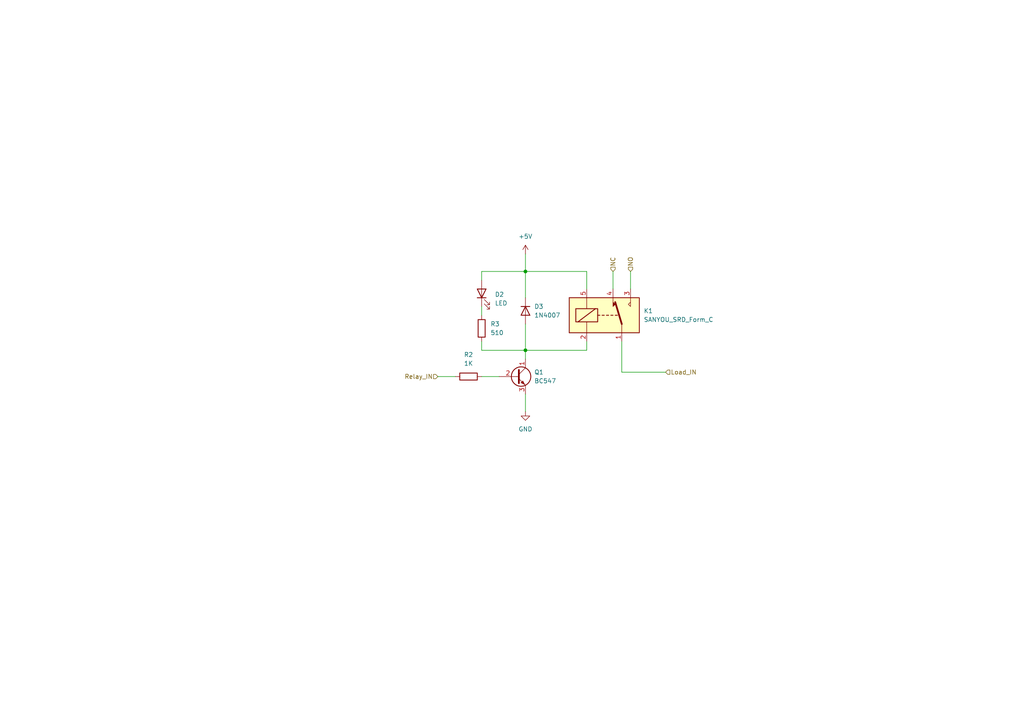
<source format=kicad_sch>
(kicad_sch (version 20211123) (generator eeschema)

  (uuid 027ab4d5-cdf3-480b-bd03-a266d37f33ef)

  (paper "A4")

  (title_block
    (title "Green House Controller")
    (date "15 nov 2012")
    (rev "v03")
    (company "Sri Lanka Technological Campus")
    (comment 1 "AA2129, AA2122, AA1391, AA1378, AA1424")
    (comment 2 "Raspberry Pi Shield")
    (comment 3 "Engineering Design Project")
    (comment 4 "EEE209")
  )

  (lib_symbols
    (symbol "Device:LED" (pin_numbers hide) (pin_names (offset 1.016) hide) (in_bom yes) (on_board yes)
      (property "Reference" "D" (id 0) (at 0 2.54 0)
        (effects (font (size 1.27 1.27)))
      )
      (property "Value" "LED" (id 1) (at 0 -2.54 0)
        (effects (font (size 1.27 1.27)))
      )
      (property "Footprint" "" (id 2) (at 0 0 0)
        (effects (font (size 1.27 1.27)) hide)
      )
      (property "Datasheet" "~" (id 3) (at 0 0 0)
        (effects (font (size 1.27 1.27)) hide)
      )
      (property "ki_keywords" "LED diode" (id 4) (at 0 0 0)
        (effects (font (size 1.27 1.27)) hide)
      )
      (property "ki_description" "Light emitting diode" (id 5) (at 0 0 0)
        (effects (font (size 1.27 1.27)) hide)
      )
      (property "ki_fp_filters" "LED* LED_SMD:* LED_THT:*" (id 6) (at 0 0 0)
        (effects (font (size 1.27 1.27)) hide)
      )
      (symbol "LED_0_1"
        (polyline
          (pts
            (xy -1.27 -1.27)
            (xy -1.27 1.27)
          )
          (stroke (width 0.254) (type default) (color 0 0 0 0))
          (fill (type none))
        )
        (polyline
          (pts
            (xy -1.27 0)
            (xy 1.27 0)
          )
          (stroke (width 0) (type default) (color 0 0 0 0))
          (fill (type none))
        )
        (polyline
          (pts
            (xy 1.27 -1.27)
            (xy 1.27 1.27)
            (xy -1.27 0)
            (xy 1.27 -1.27)
          )
          (stroke (width 0.254) (type default) (color 0 0 0 0))
          (fill (type none))
        )
        (polyline
          (pts
            (xy -3.048 -0.762)
            (xy -4.572 -2.286)
            (xy -3.81 -2.286)
            (xy -4.572 -2.286)
            (xy -4.572 -1.524)
          )
          (stroke (width 0) (type default) (color 0 0 0 0))
          (fill (type none))
        )
        (polyline
          (pts
            (xy -1.778 -0.762)
            (xy -3.302 -2.286)
            (xy -2.54 -2.286)
            (xy -3.302 -2.286)
            (xy -3.302 -1.524)
          )
          (stroke (width 0) (type default) (color 0 0 0 0))
          (fill (type none))
        )
      )
      (symbol "LED_1_1"
        (pin passive line (at -3.81 0 0) (length 2.54)
          (name "K" (effects (font (size 1.27 1.27))))
          (number "1" (effects (font (size 1.27 1.27))))
        )
        (pin passive line (at 3.81 0 180) (length 2.54)
          (name "A" (effects (font (size 1.27 1.27))))
          (number "2" (effects (font (size 1.27 1.27))))
        )
      )
    )
    (symbol "Device:R" (pin_numbers hide) (pin_names (offset 0)) (in_bom yes) (on_board yes)
      (property "Reference" "R" (id 0) (at 2.032 0 90)
        (effects (font (size 1.27 1.27)))
      )
      (property "Value" "R" (id 1) (at 0 0 90)
        (effects (font (size 1.27 1.27)))
      )
      (property "Footprint" "" (id 2) (at -1.778 0 90)
        (effects (font (size 1.27 1.27)) hide)
      )
      (property "Datasheet" "~" (id 3) (at 0 0 0)
        (effects (font (size 1.27 1.27)) hide)
      )
      (property "ki_keywords" "R res resistor" (id 4) (at 0 0 0)
        (effects (font (size 1.27 1.27)) hide)
      )
      (property "ki_description" "Resistor" (id 5) (at 0 0 0)
        (effects (font (size 1.27 1.27)) hide)
      )
      (property "ki_fp_filters" "R_*" (id 6) (at 0 0 0)
        (effects (font (size 1.27 1.27)) hide)
      )
      (symbol "R_0_1"
        (rectangle (start -1.016 -2.54) (end 1.016 2.54)
          (stroke (width 0.254) (type default) (color 0 0 0 0))
          (fill (type none))
        )
      )
      (symbol "R_1_1"
        (pin passive line (at 0 3.81 270) (length 1.27)
          (name "~" (effects (font (size 1.27 1.27))))
          (number "1" (effects (font (size 1.27 1.27))))
        )
        (pin passive line (at 0 -3.81 90) (length 1.27)
          (name "~" (effects (font (size 1.27 1.27))))
          (number "2" (effects (font (size 1.27 1.27))))
        )
      )
    )
    (symbol "Diode:1N4007" (pin_numbers hide) (pin_names (offset 1.016) hide) (in_bom yes) (on_board yes)
      (property "Reference" "D" (id 0) (at 0 2.54 0)
        (effects (font (size 1.27 1.27)))
      )
      (property "Value" "1N4007" (id 1) (at 0 -2.54 0)
        (effects (font (size 1.27 1.27)))
      )
      (property "Footprint" "Diode_THT:D_DO-41_SOD81_P10.16mm_Horizontal" (id 2) (at 0 -4.445 0)
        (effects (font (size 1.27 1.27)) hide)
      )
      (property "Datasheet" "http://www.vishay.com/docs/88503/1n4001.pdf" (id 3) (at 0 0 0)
        (effects (font (size 1.27 1.27)) hide)
      )
      (property "ki_keywords" "diode" (id 4) (at 0 0 0)
        (effects (font (size 1.27 1.27)) hide)
      )
      (property "ki_description" "1000V 1A General Purpose Rectifier Diode, DO-41" (id 5) (at 0 0 0)
        (effects (font (size 1.27 1.27)) hide)
      )
      (property "ki_fp_filters" "D*DO?41*" (id 6) (at 0 0 0)
        (effects (font (size 1.27 1.27)) hide)
      )
      (symbol "1N4007_0_1"
        (polyline
          (pts
            (xy -1.27 1.27)
            (xy -1.27 -1.27)
          )
          (stroke (width 0.254) (type default) (color 0 0 0 0))
          (fill (type none))
        )
        (polyline
          (pts
            (xy 1.27 0)
            (xy -1.27 0)
          )
          (stroke (width 0) (type default) (color 0 0 0 0))
          (fill (type none))
        )
        (polyline
          (pts
            (xy 1.27 1.27)
            (xy 1.27 -1.27)
            (xy -1.27 0)
            (xy 1.27 1.27)
          )
          (stroke (width 0.254) (type default) (color 0 0 0 0))
          (fill (type none))
        )
      )
      (symbol "1N4007_1_1"
        (pin passive line (at -3.81 0 0) (length 2.54)
          (name "K" (effects (font (size 1.27 1.27))))
          (number "1" (effects (font (size 1.27 1.27))))
        )
        (pin passive line (at 3.81 0 180) (length 2.54)
          (name "A" (effects (font (size 1.27 1.27))))
          (number "2" (effects (font (size 1.27 1.27))))
        )
      )
    )
    (symbol "Relay:SANYOU_SRD_Form_C" (in_bom yes) (on_board yes)
      (property "Reference" "K" (id 0) (at 11.43 3.81 0)
        (effects (font (size 1.27 1.27)) (justify left))
      )
      (property "Value" "SANYOU_SRD_Form_C" (id 1) (at 11.43 1.27 0)
        (effects (font (size 1.27 1.27)) (justify left))
      )
      (property "Footprint" "Relay_THT:Relay_SPDT_SANYOU_SRD_Series_Form_C" (id 2) (at 11.43 -1.27 0)
        (effects (font (size 1.27 1.27)) (justify left) hide)
      )
      (property "Datasheet" "http://www.sanyourelay.ca/public/products/pdf/SRD.pdf" (id 3) (at 0 0 0)
        (effects (font (size 1.27 1.27)) hide)
      )
      (property "ki_keywords" "Single Pole Relay SPDT" (id 4) (at 0 0 0)
        (effects (font (size 1.27 1.27)) hide)
      )
      (property "ki_description" "Sanyo SRD relay, Single Pole Miniature Power Relay," (id 5) (at 0 0 0)
        (effects (font (size 1.27 1.27)) hide)
      )
      (property "ki_fp_filters" "Relay*SPDT*SANYOU*SRD*Series*Form*C*" (id 6) (at 0 0 0)
        (effects (font (size 1.27 1.27)) hide)
      )
      (symbol "SANYOU_SRD_Form_C_0_0"
        (polyline
          (pts
            (xy 7.62 5.08)
            (xy 7.62 2.54)
            (xy 6.985 3.175)
            (xy 7.62 3.81)
          )
          (stroke (width 0) (type default) (color 0 0 0 0))
          (fill (type none))
        )
      )
      (symbol "SANYOU_SRD_Form_C_0_1"
        (rectangle (start -10.16 5.08) (end 10.16 -5.08)
          (stroke (width 0.254) (type default) (color 0 0 0 0))
          (fill (type background))
        )
        (rectangle (start -8.255 1.905) (end -1.905 -1.905)
          (stroke (width 0.254) (type default) (color 0 0 0 0))
          (fill (type none))
        )
        (polyline
          (pts
            (xy -7.62 -1.905)
            (xy -2.54 1.905)
          )
          (stroke (width 0.254) (type default) (color 0 0 0 0))
          (fill (type none))
        )
        (polyline
          (pts
            (xy -5.08 -5.08)
            (xy -5.08 -1.905)
          )
          (stroke (width 0) (type default) (color 0 0 0 0))
          (fill (type none))
        )
        (polyline
          (pts
            (xy -5.08 5.08)
            (xy -5.08 1.905)
          )
          (stroke (width 0) (type default) (color 0 0 0 0))
          (fill (type none))
        )
        (polyline
          (pts
            (xy -1.905 0)
            (xy -1.27 0)
          )
          (stroke (width 0.254) (type default) (color 0 0 0 0))
          (fill (type none))
        )
        (polyline
          (pts
            (xy -0.635 0)
            (xy 0 0)
          )
          (stroke (width 0.254) (type default) (color 0 0 0 0))
          (fill (type none))
        )
        (polyline
          (pts
            (xy 0.635 0)
            (xy 1.27 0)
          )
          (stroke (width 0.254) (type default) (color 0 0 0 0))
          (fill (type none))
        )
        (polyline
          (pts
            (xy 1.905 0)
            (xy 2.54 0)
          )
          (stroke (width 0.254) (type default) (color 0 0 0 0))
          (fill (type none))
        )
        (polyline
          (pts
            (xy 3.175 0)
            (xy 3.81 0)
          )
          (stroke (width 0.254) (type default) (color 0 0 0 0))
          (fill (type none))
        )
        (polyline
          (pts
            (xy 5.08 -2.54)
            (xy 3.175 3.81)
          )
          (stroke (width 0.508) (type default) (color 0 0 0 0))
          (fill (type none))
        )
        (polyline
          (pts
            (xy 5.08 -2.54)
            (xy 5.08 -5.08)
          )
          (stroke (width 0) (type default) (color 0 0 0 0))
          (fill (type none))
        )
      )
      (symbol "SANYOU_SRD_Form_C_1_1"
        (polyline
          (pts
            (xy 2.54 3.81)
            (xy 3.175 3.175)
            (xy 2.54 2.54)
            (xy 2.54 5.08)
          )
          (stroke (width 0) (type default) (color 0 0 0 0))
          (fill (type outline))
        )
        (pin passive line (at 5.08 -7.62 90) (length 2.54)
          (name "~" (effects (font (size 1.27 1.27))))
          (number "1" (effects (font (size 1.27 1.27))))
        )
        (pin passive line (at -5.08 -7.62 90) (length 2.54)
          (name "~" (effects (font (size 1.27 1.27))))
          (number "2" (effects (font (size 1.27 1.27))))
        )
        (pin passive line (at 7.62 7.62 270) (length 2.54)
          (name "~" (effects (font (size 1.27 1.27))))
          (number "3" (effects (font (size 1.27 1.27))))
        )
        (pin passive line (at 2.54 7.62 270) (length 2.54)
          (name "~" (effects (font (size 1.27 1.27))))
          (number "4" (effects (font (size 1.27 1.27))))
        )
        (pin passive line (at -5.08 7.62 270) (length 2.54)
          (name "~" (effects (font (size 1.27 1.27))))
          (number "5" (effects (font (size 1.27 1.27))))
        )
      )
    )
    (symbol "Transistor_BJT:BC547" (pin_names (offset 0) hide) (in_bom yes) (on_board yes)
      (property "Reference" "Q" (id 0) (at 5.08 1.905 0)
        (effects (font (size 1.27 1.27)) (justify left))
      )
      (property "Value" "BC547" (id 1) (at 5.08 0 0)
        (effects (font (size 1.27 1.27)) (justify left))
      )
      (property "Footprint" "Package_TO_SOT_THT:TO-92_Inline" (id 2) (at 5.08 -1.905 0)
        (effects (font (size 1.27 1.27) italic) (justify left) hide)
      )
      (property "Datasheet" "https://www.onsemi.com/pub/Collateral/BC550-D.pdf" (id 3) (at 0 0 0)
        (effects (font (size 1.27 1.27)) (justify left) hide)
      )
      (property "ki_keywords" "NPN Transistor" (id 4) (at 0 0 0)
        (effects (font (size 1.27 1.27)) hide)
      )
      (property "ki_description" "0.1A Ic, 45V Vce, Small Signal NPN Transistor, TO-92" (id 5) (at 0 0 0)
        (effects (font (size 1.27 1.27)) hide)
      )
      (property "ki_fp_filters" "TO?92*" (id 6) (at 0 0 0)
        (effects (font (size 1.27 1.27)) hide)
      )
      (symbol "BC547_0_1"
        (polyline
          (pts
            (xy 0 0)
            (xy 0.635 0)
          )
          (stroke (width 0) (type default) (color 0 0 0 0))
          (fill (type none))
        )
        (polyline
          (pts
            (xy 0.635 0.635)
            (xy 2.54 2.54)
          )
          (stroke (width 0) (type default) (color 0 0 0 0))
          (fill (type none))
        )
        (polyline
          (pts
            (xy 0.635 -0.635)
            (xy 2.54 -2.54)
            (xy 2.54 -2.54)
          )
          (stroke (width 0) (type default) (color 0 0 0 0))
          (fill (type none))
        )
        (polyline
          (pts
            (xy 0.635 1.905)
            (xy 0.635 -1.905)
            (xy 0.635 -1.905)
          )
          (stroke (width 0.508) (type default) (color 0 0 0 0))
          (fill (type none))
        )
        (polyline
          (pts
            (xy 1.27 -1.778)
            (xy 1.778 -1.27)
            (xy 2.286 -2.286)
            (xy 1.27 -1.778)
            (xy 1.27 -1.778)
          )
          (stroke (width 0) (type default) (color 0 0 0 0))
          (fill (type outline))
        )
        (circle (center 1.27 0) (radius 2.8194)
          (stroke (width 0.254) (type default) (color 0 0 0 0))
          (fill (type none))
        )
      )
      (symbol "BC547_1_1"
        (pin passive line (at 2.54 5.08 270) (length 2.54)
          (name "C" (effects (font (size 1.27 1.27))))
          (number "1" (effects (font (size 1.27 1.27))))
        )
        (pin input line (at -5.08 0 0) (length 5.08)
          (name "B" (effects (font (size 1.27 1.27))))
          (number "2" (effects (font (size 1.27 1.27))))
        )
        (pin passive line (at 2.54 -5.08 90) (length 2.54)
          (name "E" (effects (font (size 1.27 1.27))))
          (number "3" (effects (font (size 1.27 1.27))))
        )
      )
    )
    (symbol "power:+5V" (power) (pin_names (offset 0)) (in_bom yes) (on_board yes)
      (property "Reference" "#PWR" (id 0) (at 0 -3.81 0)
        (effects (font (size 1.27 1.27)) hide)
      )
      (property "Value" "+5V" (id 1) (at 0 3.556 0)
        (effects (font (size 1.27 1.27)))
      )
      (property "Footprint" "" (id 2) (at 0 0 0)
        (effects (font (size 1.27 1.27)) hide)
      )
      (property "Datasheet" "" (id 3) (at 0 0 0)
        (effects (font (size 1.27 1.27)) hide)
      )
      (property "ki_keywords" "power-flag" (id 4) (at 0 0 0)
        (effects (font (size 1.27 1.27)) hide)
      )
      (property "ki_description" "Power symbol creates a global label with name \"+5V\"" (id 5) (at 0 0 0)
        (effects (font (size 1.27 1.27)) hide)
      )
      (symbol "+5V_0_1"
        (polyline
          (pts
            (xy -0.762 1.27)
            (xy 0 2.54)
          )
          (stroke (width 0) (type default) (color 0 0 0 0))
          (fill (type none))
        )
        (polyline
          (pts
            (xy 0 0)
            (xy 0 2.54)
          )
          (stroke (width 0) (type default) (color 0 0 0 0))
          (fill (type none))
        )
        (polyline
          (pts
            (xy 0 2.54)
            (xy 0.762 1.27)
          )
          (stroke (width 0) (type default) (color 0 0 0 0))
          (fill (type none))
        )
      )
      (symbol "+5V_1_1"
        (pin power_in line (at 0 0 90) (length 0) hide
          (name "+5V" (effects (font (size 1.27 1.27))))
          (number "1" (effects (font (size 1.27 1.27))))
        )
      )
    )
    (symbol "power:GND" (power) (pin_names (offset 0)) (in_bom yes) (on_board yes)
      (property "Reference" "#PWR" (id 0) (at 0 -6.35 0)
        (effects (font (size 1.27 1.27)) hide)
      )
      (property "Value" "GND" (id 1) (at 0 -3.81 0)
        (effects (font (size 1.27 1.27)))
      )
      (property "Footprint" "" (id 2) (at 0 0 0)
        (effects (font (size 1.27 1.27)) hide)
      )
      (property "Datasheet" "" (id 3) (at 0 0 0)
        (effects (font (size 1.27 1.27)) hide)
      )
      (property "ki_keywords" "power-flag" (id 4) (at 0 0 0)
        (effects (font (size 1.27 1.27)) hide)
      )
      (property "ki_description" "Power symbol creates a global label with name \"GND\" , ground" (id 5) (at 0 0 0)
        (effects (font (size 1.27 1.27)) hide)
      )
      (symbol "GND_0_1"
        (polyline
          (pts
            (xy 0 0)
            (xy 0 -1.27)
            (xy 1.27 -1.27)
            (xy 0 -2.54)
            (xy -1.27 -1.27)
            (xy 0 -1.27)
          )
          (stroke (width 0) (type default) (color 0 0 0 0))
          (fill (type none))
        )
      )
      (symbol "GND_1_1"
        (pin power_in line (at 0 0 270) (length 0) hide
          (name "GND" (effects (font (size 1.27 1.27))))
          (number "1" (effects (font (size 1.27 1.27))))
        )
      )
    )
  )

  (junction (at 152.4 101.6) (diameter 0) (color 0 0 0 0)
    (uuid 42a2b7d1-85cf-4607-ad09-a9d2ce8af97b)
  )
  (junction (at 152.4 78.74) (diameter 0) (color 0 0 0 0)
    (uuid bf6f0806-d4fc-4b96-812b-6601df142096)
  )

  (wire (pts (xy 170.18 101.6) (xy 170.18 99.06))
    (stroke (width 0) (type default) (color 0 0 0 0))
    (uuid 01ded01d-eb09-4ea9-9c94-df7e78135d96)
  )
  (wire (pts (xy 180.34 99.06) (xy 180.34 107.95))
    (stroke (width 0) (type default) (color 0 0 0 0))
    (uuid 0df8cfff-f345-4ce9-85bc-b5a7fa1a4030)
  )
  (wire (pts (xy 152.4 78.74) (xy 152.4 86.36))
    (stroke (width 0) (type default) (color 0 0 0 0))
    (uuid 121a6802-456a-4c66-a263-faf7abca20ea)
  )
  (wire (pts (xy 127 109.22) (xy 132.08 109.22))
    (stroke (width 0) (type default) (color 0 0 0 0))
    (uuid 13251f9f-4595-4188-82c5-ef207a4342f6)
  )
  (wire (pts (xy 139.7 88.9) (xy 139.7 91.44))
    (stroke (width 0) (type default) (color 0 0 0 0))
    (uuid 193d007f-8099-4c51-b9f0-e58141240683)
  )
  (wire (pts (xy 152.4 93.98) (xy 152.4 101.6))
    (stroke (width 0) (type default) (color 0 0 0 0))
    (uuid 25802f6b-6e02-4d39-ad78-26be0554a620)
  )
  (wire (pts (xy 152.4 101.6) (xy 170.18 101.6))
    (stroke (width 0) (type default) (color 0 0 0 0))
    (uuid 38ebae27-fe23-4ee8-aa32-fd9f9b310c6c)
  )
  (wire (pts (xy 139.7 101.6) (xy 152.4 101.6))
    (stroke (width 0) (type default) (color 0 0 0 0))
    (uuid 3c7c0165-2449-4578-89b3-7e246835f1da)
  )
  (wire (pts (xy 170.18 78.74) (xy 170.18 83.82))
    (stroke (width 0) (type default) (color 0 0 0 0))
    (uuid 3c91ba83-3aca-422b-9f53-3ad5314b5d57)
  )
  (wire (pts (xy 139.7 78.74) (xy 152.4 78.74))
    (stroke (width 0) (type default) (color 0 0 0 0))
    (uuid 4ff4c00d-d832-4c5a-a6e5-71f7560f7bf1)
  )
  (wire (pts (xy 139.7 109.22) (xy 144.78 109.22))
    (stroke (width 0) (type default) (color 0 0 0 0))
    (uuid 5163fcd7-88ea-4785-85d1-e3f73033e974)
  )
  (wire (pts (xy 177.8 78.74) (xy 177.8 83.82))
    (stroke (width 0) (type default) (color 0 0 0 0))
    (uuid 74ad3595-279f-4762-abb1-459d26fc1325)
  )
  (wire (pts (xy 139.7 99.06) (xy 139.7 101.6))
    (stroke (width 0) (type default) (color 0 0 0 0))
    (uuid 90fd16ce-1f27-4593-9c4f-4a9561e75c37)
  )
  (wire (pts (xy 182.88 78.74) (xy 182.88 83.82))
    (stroke (width 0) (type default) (color 0 0 0 0))
    (uuid 9cf4ce76-0340-48e4-aa7f-9a186d641e19)
  )
  (wire (pts (xy 139.7 81.28) (xy 139.7 78.74))
    (stroke (width 0) (type default) (color 0 0 0 0))
    (uuid a1c529c8-f3d6-42d3-bbe1-df2340b254b8)
  )
  (wire (pts (xy 152.4 73.66) (xy 152.4 78.74))
    (stroke (width 0) (type default) (color 0 0 0 0))
    (uuid a6b3b905-1cde-4770-84e6-8b0f86df36ef)
  )
  (wire (pts (xy 180.34 107.95) (xy 193.04 107.95))
    (stroke (width 0) (type default) (color 0 0 0 0))
    (uuid af0dcc3c-54fa-4a53-8a6f-d8506482af4c)
  )
  (wire (pts (xy 152.4 101.6) (xy 152.4 104.14))
    (stroke (width 0) (type default) (color 0 0 0 0))
    (uuid cd6d4e99-ff34-4d91-b1ca-ffa1605999c6)
  )
  (wire (pts (xy 152.4 78.74) (xy 170.18 78.74))
    (stroke (width 0) (type default) (color 0 0 0 0))
    (uuid fcee2de5-5fd5-4ce8-9261-24933b842b74)
  )
  (wire (pts (xy 152.4 114.3) (xy 152.4 119.38))
    (stroke (width 0) (type default) (color 0 0 0 0))
    (uuid fec60f5e-ad4f-46cd-9c0d-f63c93266af2)
  )

  (hierarchical_label "Relay_IN" (shape input) (at 127 109.22 180)
    (effects (font (size 1.27 1.27)) (justify right))
    (uuid 153cc57f-9a8f-4994-8e60-11a51886cb32)
  )
  (hierarchical_label "Load_IN" (shape input) (at 193.04 107.95 0)
    (effects (font (size 1.27 1.27)) (justify left))
    (uuid 349c7829-cb8f-48d8-b52c-52a2dce7ffe5)
  )
  (hierarchical_label "NO" (shape input) (at 182.88 78.74 90)
    (effects (font (size 1.27 1.27)) (justify left))
    (uuid 8a4af696-ddda-45c6-8b24-08c753fda7d5)
  )
  (hierarchical_label "NC" (shape input) (at 177.8 78.74 90)
    (effects (font (size 1.27 1.27)) (justify left))
    (uuid 94bccbc9-4afd-4cb1-b69e-cae8cf32e378)
  )

  (symbol (lib_id "Device:R") (at 139.7 95.25 180) (unit 1)
    (in_bom yes) (on_board yes) (fields_autoplaced)
    (uuid 21871864-b789-41c0-91dd-76251086ed9f)
    (property "Reference" "R3" (id 0) (at 142.24 93.9799 0)
      (effects (font (size 1.27 1.27)) (justify right))
    )
    (property "Value" "510" (id 1) (at 142.24 96.5199 0)
      (effects (font (size 1.27 1.27)) (justify right))
    )
    (property "Footprint" "Resistor_THT:R_Axial_DIN0207_L6.3mm_D2.5mm_P7.62mm_Horizontal" (id 2) (at 141.478 95.25 90)
      (effects (font (size 1.27 1.27)) hide)
    )
    (property "Datasheet" "~" (id 3) (at 139.7 95.25 0)
      (effects (font (size 1.27 1.27)) hide)
    )
    (pin "1" (uuid 85bd9a46-54cd-4ed6-88de-29bb04d1d5bf))
    (pin "2" (uuid 25bba31b-5bab-45de-918d-4816a5ca7fb4))
  )

  (symbol (lib_id "Diode:1N4007") (at 152.4 90.17 270) (unit 1)
    (in_bom yes) (on_board yes) (fields_autoplaced)
    (uuid 223c5d3a-ad3b-4b76-a4e5-ced4f889c015)
    (property "Reference" "D3" (id 0) (at 154.94 88.8999 90)
      (effects (font (size 1.27 1.27)) (justify left))
    )
    (property "Value" "1N4007" (id 1) (at 154.94 91.4399 90)
      (effects (font (size 1.27 1.27)) (justify left))
    )
    (property "Footprint" "Diode_THT:D_DO-41_SOD81_P10.16mm_Horizontal" (id 2) (at 147.955 90.17 0)
      (effects (font (size 1.27 1.27)) hide)
    )
    (property "Datasheet" "http://www.vishay.com/docs/88503/1n4001.pdf" (id 3) (at 152.4 90.17 0)
      (effects (font (size 1.27 1.27)) hide)
    )
    (pin "1" (uuid 7080766e-5700-4a31-bc1e-1d239e4d43bf))
    (pin "2" (uuid 3502b704-a693-4b5b-b40b-a15d88bfe8c5))
  )

  (symbol (lib_id "power:GND") (at 152.4 119.38 0) (unit 1)
    (in_bom yes) (on_board yes) (fields_autoplaced)
    (uuid 37cc5556-38ba-4d77-9b3c-c0ddb1d43822)
    (property "Reference" "#PWR031" (id 0) (at 152.4 125.73 0)
      (effects (font (size 1.27 1.27)) hide)
    )
    (property "Value" "GND" (id 1) (at 152.4 124.46 0))
    (property "Footprint" "" (id 2) (at 152.4 119.38 0)
      (effects (font (size 1.27 1.27)) hide)
    )
    (property "Datasheet" "" (id 3) (at 152.4 119.38 0)
      (effects (font (size 1.27 1.27)) hide)
    )
    (pin "1" (uuid 15fd6a44-a6da-47d7-9988-74feba58b2e2))
  )

  (symbol (lib_id "Relay:SANYOU_SRD_Form_C") (at 175.26 91.44 0) (unit 1)
    (in_bom yes) (on_board yes) (fields_autoplaced)
    (uuid 4dcf33c6-5f0b-44ce-a18f-c4435575a723)
    (property "Reference" "K1" (id 0) (at 186.69 90.1699 0)
      (effects (font (size 1.27 1.27)) (justify left))
    )
    (property "Value" "SANYOU_SRD_Form_C" (id 1) (at 186.69 92.7099 0)
      (effects (font (size 1.27 1.27)) (justify left))
    )
    (property "Footprint" "Relay_THT:Relay_SPDT_SANYOU_SRD_Series_Form_C" (id 2) (at 186.69 92.71 0)
      (effects (font (size 1.27 1.27)) (justify left) hide)
    )
    (property "Datasheet" "http://www.sanyourelay.ca/public/products/pdf/SRD.pdf" (id 3) (at 175.26 91.44 0)
      (effects (font (size 1.27 1.27)) hide)
    )
    (pin "1" (uuid 56d08f83-ef25-4a20-a621-b20be216db81))
    (pin "2" (uuid 67da69a5-84d4-4f27-9892-4c32e64c5e64))
    (pin "3" (uuid 6794b94d-f216-4a0b-a537-c9605839a8fc))
    (pin "4" (uuid a8561ac5-384c-4564-8de3-2b62b4ac3cf6))
    (pin "5" (uuid 00738e07-ff5d-4f7e-a8ad-82ad42835818))
  )

  (symbol (lib_id "power:+5V") (at 152.4 73.66 0) (unit 1)
    (in_bom yes) (on_board yes) (fields_autoplaced)
    (uuid 562f6c0a-b067-4aa0-b5e1-f2069e4e9a0c)
    (property "Reference" "#PWR030" (id 0) (at 152.4 77.47 0)
      (effects (font (size 1.27 1.27)) hide)
    )
    (property "Value" "+5V" (id 1) (at 152.4 68.58 0))
    (property "Footprint" "" (id 2) (at 152.4 73.66 0)
      (effects (font (size 1.27 1.27)) hide)
    )
    (property "Datasheet" "" (id 3) (at 152.4 73.66 0)
      (effects (font (size 1.27 1.27)) hide)
    )
    (pin "1" (uuid 522b6c10-4419-4669-b01d-9345331eb3bf))
  )

  (symbol (lib_id "Device:LED") (at 139.7 85.09 90) (unit 1)
    (in_bom yes) (on_board yes) (fields_autoplaced)
    (uuid ae5dc536-63a7-4e2c-a718-9160298d346a)
    (property "Reference" "D2" (id 0) (at 143.51 85.4074 90)
      (effects (font (size 1.27 1.27)) (justify right))
    )
    (property "Value" "LED" (id 1) (at 143.51 87.9474 90)
      (effects (font (size 1.27 1.27)) (justify right))
    )
    (property "Footprint" "LED_THT:LED_D3.0mm" (id 2) (at 139.7 85.09 0)
      (effects (font (size 1.27 1.27)) hide)
    )
    (property "Datasheet" "~" (id 3) (at 139.7 85.09 0)
      (effects (font (size 1.27 1.27)) hide)
    )
    (pin "1" (uuid aa59b884-d3f0-4c3f-acaf-394968b0df45))
    (pin "2" (uuid 418dd222-2e28-431a-a2b6-5a9ff1fb0ee7))
  )

  (symbol (lib_id "Transistor_BJT:BC547") (at 149.86 109.22 0) (unit 1)
    (in_bom yes) (on_board yes) (fields_autoplaced)
    (uuid e4e8c3f3-f9c5-4fd5-9df8-595c4d009ab6)
    (property "Reference" "Q1" (id 0) (at 154.94 107.9499 0)
      (effects (font (size 1.27 1.27)) (justify left))
    )
    (property "Value" "BC547" (id 1) (at 154.94 110.4899 0)
      (effects (font (size 1.27 1.27)) (justify left))
    )
    (property "Footprint" "Package_TO_SOT_THT:TO-92_Inline" (id 2) (at 154.94 111.125 0)
      (effects (font (size 1.27 1.27) italic) (justify left) hide)
    )
    (property "Datasheet" "https://www.onsemi.com/pub/Collateral/BC550-D.pdf" (id 3) (at 149.86 109.22 0)
      (effects (font (size 1.27 1.27)) (justify left) hide)
    )
    (pin "1" (uuid b3ee6304-4586-4924-9942-14d87bd91c7d))
    (pin "2" (uuid 21029bc5-ec40-4631-a1f1-024a4085a56f))
    (pin "3" (uuid 29ba5cb3-8244-4e9f-a028-bde92e99adb1))
  )

  (symbol (lib_id "Device:R") (at 135.89 109.22 90) (unit 1)
    (in_bom yes) (on_board yes) (fields_autoplaced)
    (uuid e94dfe8b-2a89-44d2-beec-206a1417d69d)
    (property "Reference" "R2" (id 0) (at 135.89 102.87 90))
    (property "Value" "1K" (id 1) (at 135.89 105.41 90))
    (property "Footprint" "Resistor_THT:R_Axial_DIN0207_L6.3mm_D2.5mm_P7.62mm_Horizontal" (id 2) (at 135.89 110.998 90)
      (effects (font (size 1.27 1.27)) hide)
    )
    (property "Datasheet" "~" (id 3) (at 135.89 109.22 0)
      (effects (font (size 1.27 1.27)) hide)
    )
    (pin "1" (uuid dc577073-100d-4d27-bf46-918ef8f259a2))
    (pin "2" (uuid 7000863e-5397-43a4-b019-f294f109be15))
  )
)

</source>
